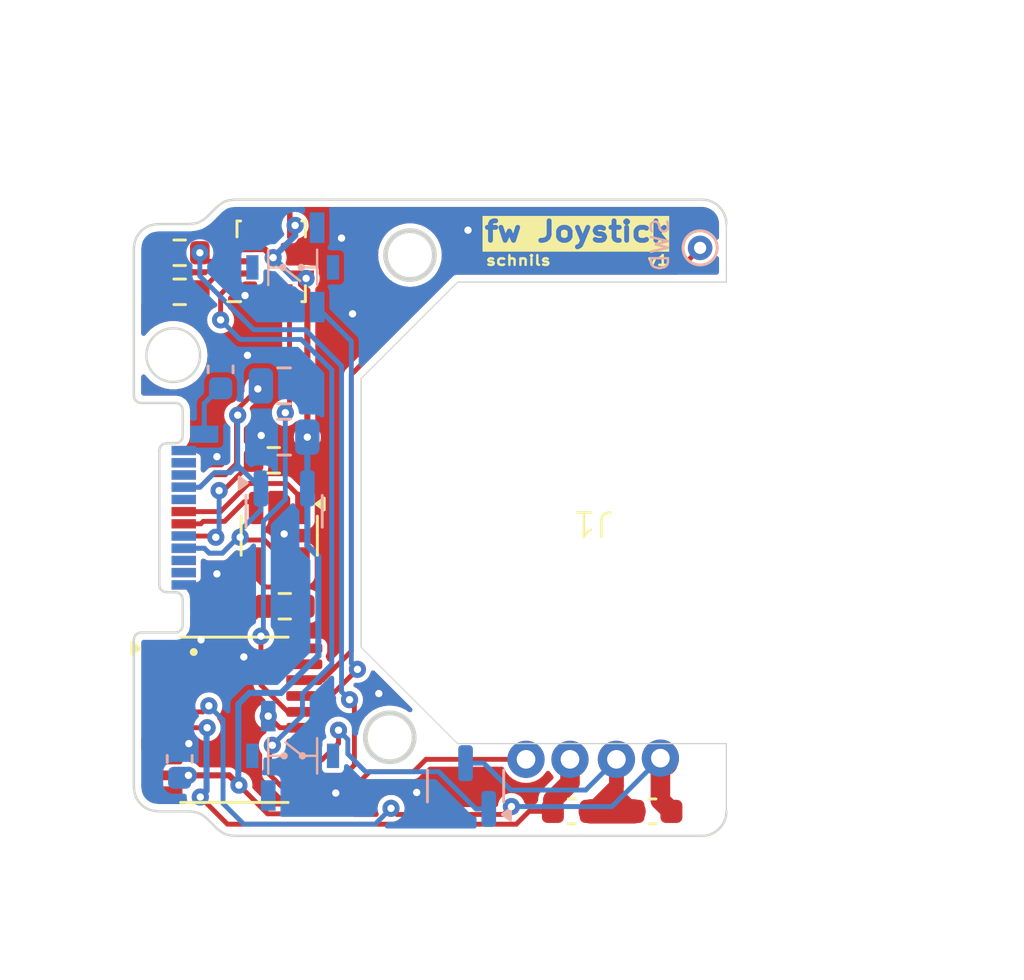
<source format=kicad_pcb>
(kicad_pcb (version 20240108) (generator "pcbnew") (generator_version "8.0")
  (title_block (comment 4 "AISLER Project ID: TAYCHJJE"))
  (layers (0 "F.Cu" signal) (31 "B.Cu" signal) (34 "B.Paste" user) (35 "F.Paste" user) (36 "B.SilkS" user "B.Silkscreen") (37 "F.SilkS" user "F.Silkscreen") (38 "B.Mask" user) (39 "F.Mask" user) (44 "Edge.Cuts" user))
  (net 0 "")
  (net 1 "GND")
  (net 2 "VBUS")
  (net 3 "+3.3V")
  (net 6 "/Shield")
  (net 7 "/SWIO")
  (net 8 "Net-(P1-CC)")
  (net 15 "/ESD_B_D+")
  (net 16 "/ESD_B_D-")
  (net 19 "/DPU")
  (net 20 "/B_D-")
  (net 22 "/I2C_SDA")
  (net 25 "/I2C_SCL")
  (net 26 "Net-(J1-Pin_2)")
  (net 29 "/B_D+")
  (net 36 "/BTN1")
  (net 37 "/BTN2")
  (net 38 "/JOY_Y")
  (net 39 "/JOY_X")
  (net 41 "/INT_ACC")
  (net 42 "/JOY_EN")
  (footprint "Resistor_SMD:R_0603_1608Metric" (layer "F.Cu") (at 91.525 54.75)
    (property "Reference" "R4" (hide yes))
    (property "Value" "10K")
  )
  (footprint "Package_SO:TSSOP-20_4.4x6.5mm_P0.65mm" (layer "F.Cu") (at 93.7625 72.275)
    (property "Reference" "U1" (hide yes))
    (property "Value" "CH32V003FxPx")
  )
  (footprint "pspjoy:pspjoystick_tht" (layer "F.Cu") (at 108.45 63.743999 180)
    (property "Reference" "J1")
    (property "Value" "Conn_01x04_Socket")
    (fp_circle (center 8.328428 -9.25) (end 9.328426 -9.25) (stroke (width 0.2)) (fill none) (layer "Edge.Cuts"))
    (fp_circle (center 7.5 10.5) (end 8.499998 10.5) (stroke (width 0.2)) (fill none) (layer "Edge.Cuts"))
  )
  (footprint "Resistor_SMD:R_0603_1608Metric" (layer "F.Cu") (at 95.375 61.65 180)
    (property "Reference" "R1" (hide yes))
    (property "Value" "5.1K")
  )
  (footprint "Resistor_SMD:R_0603_1608Metric" (layer "F.Cu") (at 95.825 67.625 180)
    (property "Reference" "R2" (hide yes))
    (property "Value" "1.5K 5%")
  )
  (footprint "Capacitor_SMD:C_0603_1608Metric" (layer "F.Cu") (at 107.575 76.025)
    (property "Reference" "C6" (hide yes))
    (property "Value" "100nF")
  )
  (footprint "Resistor_SMD:R_0603_1608Metric" (layer "F.Cu") (at 91.525 53.15)
    (property "Reference" "R3" (hide yes))
    (property "Value" "10K")
  )
  (footprint "ICM-42670-P:LGA-14_2.5x3x0.76mm" (layer "F.Cu") (at 95.27 53.5 90)
    (property "Reference" "U4" (hide yes))
    (property "Value" "ICM-42670-P")
  )
  (footprint "Capacitor_SMD:C_0603_1608Metric" (layer "F.Cu") (at 110.875 76.025 180)
    (property "Reference" "C5" (hide yes))
    (property "Value" "100nF")
  )
  (footprint "Connector_USB:USB_C_Plug_Molex_105444" (layer "F.Cu") (at 91.65 64 90)
    (property "Reference" "P1" (hide yes))
    (property "Value" "USB_C_Plug")
  )
  (footprint "Package_TO_SOT_SMD:SOT-23-6" (layer "F.Cu") (at 95.599999 64.7375 -90)
    (property "Reference" "U2" (hide yes))
    (property "Value" "USBLC6-2SC6")
  )
  (footprint "Capacitor_SMD:C_0603_1608Metric" (layer "B.Cu") (at 91.525 73.875 90)
    (property "Reference" "C4" (hide yes))
    (property "Value" "100nF")
  )
  (footprint "TestPoint:TestPoint_THTPad_D1.0mm_Drill0.5mm" (layer "B.Cu") (at 112.825 52.95 180)
    (property "Reference" "SWD1" (hide yes))
    (property "Value" "Conn_01x01_Socket")
  )
  (footprint "CUI_TS21:TS21" (layer "B.Cu") (at 96.15 73.75 90)
    (property "Reference" "SW1" (hide yes))
    (property "Value" "BTN")
  )
  (footprint "Capacitor_SMD:C_0805_2012Metric" (layer "B.Cu") (at 95.799999 60.7 180)
    (property "Reference" "C1" (hide yes))
    (property "Value" "100uF")
  )
  (footprint "Package_TO_SOT_SMD:SOT-23" (layer "B.Cu") (at 103.225 74.987501 90)
    (property "Reference" "Q1" (hide yes))
    (property "Value" "2N7002")
  )
  (footprint "Package_TO_SOT_SMD:SOT-23" (layer "B.Cu") (at 95.8 63.7375 -90)
    (property "Reference" "U3" (hide yes))
    (property "Value" "AP7381-33SA-7")
  )
  (footprint "Capacitor_SMD:C_0805_2012Metric" (layer "B.Cu") (at 95.799998 58.6)
    (property "Reference" "C3" (hide yes))
    (property "Value" "100uF")
  )
  (footprint "Capacitor_SMD:C_0603_1608Metric" (layer "B.Cu") (at 93.2 57.925 -90)
    (property "Reference" "C2" (hide yes))
    (property "Value" "100nF" (hide yes))
  )
  (footprint "CUI_TS21:TS21" (layer "B.Cu") (at 96.15 53.75 -90)
    (property "Reference" "SW2" (hide yes))
    (property "Value" "BTN")
  )
  (gr_circle (center 92.1 69.5) (end 92.211803 69.5) (stroke (width 0.1)) (fill solid) (layer "F.SilkS"))
  (gr_curve (pts (xy 89.737799 68.787938) (xy 89.765867 68.759851) (xy 89.798898 68.736723) (xy 89.835059 68.722893)) (stroke (width 0.1)) (layer "Edge.Cuts"))
  (gr_curve (pts (xy 91.935787 76.026183) (xy 91.507191 76.026183) (xy 91.078596 76.026183) (xy 90.65 76.026183)) (stroke (width 0.1)) (layer "Edge.Cuts"))
  (gr_line (start 91.35 59.3) (end 91.350196 59.3) (stroke (width 0.1)) (layer "Edge.Cuts"))
  (gr_curve (pts (xy 91.350195 60.95) (xy 91.389486 60.945469) (xy 91.428778 60.940938) (xy 91.464939 60.927109)) (stroke (width 0.1)) (layer "Edge.Cuts"))
  (gr_curve (pts (xy 91.65 67.35) (xy 91.65 67.7) (xy 91.65 68.05) (xy 91.65 68.4)) (stroke (width 0.1)) (layer "Edge.Cuts"))
  (gr_line (start 92.64264 76.318823) (end 92.642893 76.319076) (stroke (width 0.1)) (layer "Edge.Cuts"))
  (gr_curve (pts (xy 91.627126 68.514896) (xy 91.640945 68.478747) (xy 91.645472 68.439472) (xy 91.65 68.400196)) (stroke (width 0.1)) (layer "Edge.Cuts"))
  (gr_curve (pts (xy 91.464895 68.677127) (xy 91.501044 68.663308) (xy 91.534066 68.640198) (xy 91.562132 68.612132)) (stroke (width 0.1)) (layer "Edge.Cuts"))
  (gr_line (start 92.64264 51.681177) (end 92.642893 51.680924) (stroke (width 0.1)) (layer "Edge.Cuts"))
  (gr_line (start 90.649642 76.026183) (end 90.65 76.026183) (stroke (width 0.1)) (layer "Edge.Cuts"))
  (gr_curve (pts (xy 91.464896 67.072874) (xy 91.428748 67.059055) (xy 91.389472 67.054528) (xy 91.350196 67.05)) (stroke (width 0.1)) (layer "Edge.Cuts"))
  (gr_arc (start 112.9 50.973817) (mid 113.607099 51.26671) (end 113.9 51.973813) (stroke (width 0.1)) (layer "Edge.Cuts"))
  (gr_curve (pts (xy 90.875104 60.972874) (xy 90.911253 60.959055) (xy 90.950528 60.954528) (xy 90.989804 60.95)) (stroke (width 0.1)) (layer "Edge.Cuts"))
  (gr_curve (pts (xy 91.627183 60.76476) (xy 91.640989 60.72859) (xy 91.645495 60.689295) (xy 91.65 60.65)) (stroke (width 0.1)) (layer "Edge.Cuts"))
  (gr_curve (pts (xy 89.835106 59.277127) (xy 89.798957 59.263308) (xy 89.765934 59.240198) (xy 89.737868 59.212132)) (stroke (width 0.1)) (layer "Edge.Cuts"))
  (gr_curve (pts (xy 93.764214 77.026183) (xy 98.49416 77.026183) (xy 103.224106 77.026183) (xy 107.954052 77.026183)) (stroke (width 0.1)) (layer "Edge.Cuts"))
  (gr_curve (pts (xy 90.267069 75.94996) (xy 90.146499 75.903879) (xy 90.036361 75.82679) (xy 89.942767 75.733163)) (stroke (width 0.1)) (layer "Edge.Cuts"))
  (gr_curve (pts (xy 89.65 69) (xy 89.654506 68.960705) (xy 89.659012 68.921411) (xy 89.672818 68.88524)) (stroke (width 0.1)) (layer "Edge.Cuts"))
  (gr_curve (pts (xy 91.35 68.7) (xy 90.883334 68.7) (xy 90.416667 68.7) (xy 89.95 68.7)) (stroke (width 0.1)) (layer "Edge.Cuts"))
  (gr_line (start 102.9 54.35) (end 98.95 58.3) (stroke (width 0.05)) (layer "Edge.Cuts"))
  (gr_curve (pts (xy 92.318468 76.102302) (xy 92.200718 76.053529) (xy 92.068428 76.039856) (xy 91.936138 76.026183)) (stroke (width 0.1)) (layer "Edge.Cuts"))
  (gr_curve (pts (xy 89.726087 75.408785) (xy 89.68005 75.288198) (xy 89.665025 75.15719) (xy 89.65 75.026183)) (stroke (width 0.1)) (layer "Edge.Cuts"))
  (gr_curve (pts (xy 92.318468 51.897698) (xy 92.200718 51.946471) (xy 92.068428 51.960144) (xy 91.936138 51.973817)) (stroke (width 0.1)) (layer "Edge.Cuts"))
  (gr_curve (pts (xy 91.627183 59.48524) (xy 91.613377 59.44907) (xy 91.59027 59.416025) (xy 91.562202 59.387938)) (stroke (width 0.1)) (layer "Edge.Cuts"))
  (gr_line (start 102.9 73.25) (end 113.9 73.25) (stroke (width 0.05)) (layer "Edge.Cuts"))
  (gr_line (start 90.69 61.249806) (end 90.69 61.25) (stroke (width 0.1)) (layer "Edge.Cuts"))
  (gr_curve (pts (xy 92.64264 76.318823) (xy 92.539429 76.234949) (xy 92.436218 76.151076) (xy 92.318468 76.102302)) (stroke (width 0.1)) (layer "Edge.Cuts"))
  (gr_curve (pts (xy 90.649642 51.973817) (xy 90.518641 51.988889) (xy 90.387639 52.00396) (xy 90.267069 52.05004)) (stroke (width 0.1)) (layer "Edge.Cuts"))
  (gr_line (start 113.9 54.35) (end 102.9 54.35) (stroke (width 0.05)) (layer "Edge.Cuts"))
  (gr_curve (pts (xy 91.562201 60.862064) (xy 91.59027 60.833977) (xy 91.613377 60.800931) (xy 91.627183 60.76476)) (stroke (width 0.1)) (layer "Edge.Cuts"))
  (gr_curve (pts (xy 90.99 67.05) (xy 91.11 67.05) (xy 91.23 67.05) (xy 91.35 67.05)) (stroke (width 0.1)) (layer "Edge.Cuts"))
  (gr_curve (pts (xy 89.672818 68.88524) (xy 89.686624 68.84907) (xy 89.70973 68.816025) (xy 89.737799 68.787938)) (stroke (width 0.1)) (layer "Edge.Cuts"))
  (gr_curve (pts (xy 90.875106 67.027127) (xy 90.838957 67.013308) (xy 90.805934 66.990198) (xy 90.777868 66.962132)) (stroke (width 0.1)) (layer "Edge.Cuts"))
  (gr_line (start 113.9 73.25) (end 113.9 76.02624) (stroke (width 0.05)) (layer "Edge.Cuts"))
  (gr_curve (pts (xy 93.763856 77.026183) (xy 93.631568 77.012509) (xy 93.499279 76.998836) (xy 93.381529 76.950062)) (stroke (width 0.1)) (layer "Edge.Cuts"))
  (gr_line (start 93.763856 50.973817) (end 93.764214 50.973817) (stroke (width 0.1)) (layer "Edge.Cuts"))
  (gr_curve (pts (xy 89.942767 52.266837) (xy 89.849173 52.360464) (xy 89.772124 52.470629) (xy 89.726087 52.591215)) (stroke (width 0.1)) (layer "Edge.Cuts"))
  (gr_curve (pts (xy 93.057107 51.26671) (xy 92.919036 51.404782) (xy 92.780965 51.542853) (xy 92.642893 51.680924)) (stroke (width 0.1)) (layer "Edge.Cuts"))
  (gr_curve (pts (xy 90.777868 66.962132) (xy 90.749802 66.934066) (xy 90.726693 66.901045) (xy 90.712874 66.864896)) (stroke (width 0.1)) (layer "Edge.Cuts"))
  (gr_curve (pts (xy 91.65 59.6) (xy 91.645495 59.560705) (xy 91.640989 59.521411) (xy 91.627183 59.48524)) (stroke (width 0.1)) (layer "Edge.Cuts"))
  (gr_curve (pts (xy 90.989806 67.05) (xy 90.95053 67.045473) (xy 90.911255 67.040946) (xy 90.875106 67.027127)) (stroke (width 0.1)) (layer "Edge.Cuts"))
  (gr_line (start 89.95 68.7) (end 89.949804 68.7) (stroke (width 0.1)) (layer "Edge.Cuts"))
  (gr_curve (pts (xy 89.726087 52.591215) (xy 89.68005 52.711802) (xy 89.665025 52.84281) (xy 89.65 52.973817)) (stroke (width 0.1)) (layer "Edge.Cuts"))
  (gr_line (start 89.65 69) (end 89.65 75.026183) (stroke (width 0.1)) (layer "Edge.Cuts"))
  (gr_line (start 91.350195 68.7) (end 91.35 68.7) (stroke (width 0.1)) (layer "Edge.Cuts"))
  (gr_line (start 93.764214 50.973817) (end 112.9 50.973817) (stroke (width 0.1)) (layer "Edge.Cuts"))
  (gr_line (start 93.057107 51.26671) (end 93.057356 51.266462) (stroke (width 0.1)) (layer "Edge.Cuts"))
  (gr_curve (pts (xy 91.562202 59.387938) (xy 91.534133 59.359851) (xy 91.501103 59.336723) (xy 91.464942 59.322893)) (stroke (width 0.1)) (layer "Edge.Cuts"))
  (gr_curve (pts (xy 91.350195 68.7) (xy 91.38947 68.695473) (xy 91.428746 68.690946) (xy 91.464895 68.677127)) (stroke (width 0.1)) (layer "Edge.Cuts"))
  (gr_curve (pts (xy 90.649642 76.026183) (xy 90.518641 76.011111) (xy 90.387639 75.99604) (xy 90.267069 75.94996)) (stroke (width 0.1)) (layer "Edge.Cuts"))
  (gr_line (start 113.9 51.973813) (end 113.9 54.35) (stroke (width 0.05)) (layer "Edge.Cuts"))
  (gr_curve (pts (xy 90.69 61.25) (xy 90.69 63.083333) (xy 90.69 64.916667) (xy 90.69 66.75)) (stroke (width 0.1)) (layer "Edge.Cuts"))
  (gr_curve (pts (xy 91.562132 67.137868) (xy 91.534066 67.109802) (xy 91.501045 67.086693) (xy 91.464896 67.072874)) (stroke (width 0.1)) (layer "Edge.Cuts"))
  (gr_curve (pts (xy 89.835059 68.722893) (xy 89.87122 68.709063) (xy 89.910512 68.704532) (xy 89.949804 68.7)) (stroke (width 0.1)) (layer "Edge.Cuts"))
  (gr_curve (pts (xy 89.672874 59.114896) (xy 89.659056 59.078747) (xy 89.654528 59.039472) (xy 89.65 59.000196)) (stroke (width 0.1)) (layer "Edge.Cuts"))
  (gr_curve (pts (xy 91.65 67.349806) (xy 91.645473 67.31053) (xy 91.640946 67.271254) (xy 91.627127 67.235106)) (stroke (width 0.1)) (layer "Edge.Cuts"))
  (gr_line (start 91.935787 51.973817) (end 91.936138 51.973817) (stroke (width 0.1)) (layer "Edge.Cuts"))
  (gr_curve (pts (xy 90.712873 61.135106) (xy 90.726692 61.098956) (xy 90.749802 61.065934) (xy 90.777868 61.037868)) (stroke (width 0.1)) (layer "Edge.Cuts"))
  (gr_circle (center 91.260967 57.343952) (end 92.360967 57.343952) (stroke (width 0.1)) (fill none) (layer "Edge.Cuts"))
  (gr_line (start 89.65 59) (end 89.65 59.000196) (stroke (width 0.1)) (layer "Edge.Cuts"))
  (gr_curve (pts (xy 91.35 60.95) (xy 91.23 60.95) (xy 91.11 60.95) (xy 90.99 60.95)) (stroke (width 0.1)) (layer "Edge.Cuts"))
  (gr_curve (pts (xy 89.95 59.3) (xy 90.416667 59.3) (xy 90.883334 59.3) (xy 91.35 59.3)) (stroke (width 0.1)) (layer "Edge.Cuts"))
  (gr_line (start 91.65 59.6) (end 91.65 60.65) (stroke (width 0.1)) (layer "Edge.Cuts"))
  (gr_curve (pts (xy 89.737868 59.212132) (xy 89.709802 59.184066) (xy 89.686693 59.151045) (xy 89.672874 59.114896)) (stroke (width 0.1)) (layer "Edge.Cuts"))
  (gr_curve (pts (xy 93.057107 76.73329) (xy 92.919036 76.595218) (xy 92.780965 76.457147) (xy 92.642893 76.319076)) (stroke (width 0.1)) (layer "Edge.Cuts"))
  (gr_line (start 91.935787 76.026183) (end 91.936138 76.026183) (stroke (width 0.1)) (layer "Edge.Cuts"))
  (gr_curve (pts (xy 93.381529 76.950062) (xy 93.263779 76.901288) (xy 93.160567 76.817413) (xy 93.057356 76.733538)) (stroke (width 0.1)) (layer "Edge.Cuts"))
  (gr_curve (pts (xy 91.464939 60.927109) (xy 91.501101 60.913279) (xy 91.534132 60.890151) (xy 91.562201 60.862064)) (stroke (width 0.1)) (layer "Edge.Cuts"))
  (gr_curve (pts (xy 91.935787 51.973817) (xy 91.507191 51.973817) (xy 91.078596 51.973817) (xy 90.65 51.973817)) (stroke (width 0.1)) (layer "Edge.Cuts"))
  (gr_line (start 91.65 68.4) (end 91.65 68.400196) (stroke (width 0.1)) (layer "Edge.Cuts"))
  (gr_line (start 90.99 60.95) (end 90.989804 60.95) (stroke (width 0.1)) (layer "Edge.Cuts"))
  (gr_curve (pts (xy 89.65 52.973817) (xy 89.65 57.17476) (xy 89.65 58.08738) (xy 89.65 59)) (stroke (width 0.1)) (layer "Edge.Cuts"))
  (gr_line (start 93.057107 76.73329) (end 93.057356 76.733538) (stroke (width 0.1)) (layer "Edge.Cuts"))
  (gr_line (start 91.350195 60.95) (end 91.35 60.95) (stroke (width 0.1)) (layer "Edge.Cuts"))
  (gr_line (start 98.95 58.3) (end 98.95 69.3) (stroke (width 0.05)) (layer "Edge.Cuts"))
  (gr_curve (pts (xy 90.712874 66.864896) (xy 90.699056 66.828747) (xy 90.694528 66.789472) (xy 90.69 66.750196)) (stroke (width 0.1)) (layer "Edge.Cuts"))
  (gr_line (start 93.763856 77.026183) (end 93.764214 77.026183) (stroke (width 0.1)) (layer "Edge.Cuts"))
  (gr_curve (pts (xy 90.777868 61.037868) (xy 90.805934 61.009802) (xy 90.838956 60.986693) (xy 90.875104 60.972874)) (stroke (width 0.1)) (layer "Edge.Cuts"))
  (gr_line (start 107.954052 77.026183) (end 112.9 77.026183) (stroke (width 0.1)) (layer "Edge.Cuts"))
  (gr_curve (pts (xy 89.949806 59.3) (xy 89.91053 59.295473) (xy 89.871255 59.290946) (xy 89.835106 59.277127)) (stroke (width 0.1)) (layer "Edge.Cuts"))
  (gr_line (start 91.35 67.05) (end 91.350196 67.05) (stroke (width 0.1)) (layer "Edge.Cuts"))
  (gr_curve (pts (xy 91.627127 67.235106) (xy 91.613309 67.198956) (xy 91.590198 67.165934) (xy 91.562132 67.137868)) (stroke (width 0.1)) (layer "Edge.Cuts"))
  (gr_curve (pts (xy 91.562132 68.612132) (xy 91.590198 68.584066) (xy 91.613308 68.551045) (xy 91.627126 68.514896)) (stroke (width 0.1)) (layer "Edge.Cuts"))
  (gr_line (start 90.69 66.75) (end 90.69 66.750196) (stroke (width 0.1)) (layer "Edge.Cuts"))
  (gr_line (start 90.989806 67.05) (end 90.99 67.05) (stroke (width 0.1)) (layer "Edge.Cuts"))
  (gr_line (start 91.65 67.349806) (end 91.65 67.35) (stroke (width 0.1)) (layer "Edge.Cuts"))
  (gr_curve (pts (xy 90.267069 52.05004) (xy 90.146499 52.096121) (xy 90.036361 52.17321) (xy 89.942767 52.266837)) (stroke (width 0.1)) (layer "Edge.Cuts"))
  (gr_curve (pts (xy 91.464942 59.322893) (xy 91.42878 59.309063) (xy 91.389488 59.304532) (xy 91.350196 59.3)) (stroke (width 0.1)) (layer "Edge.Cuts"))
  (gr_curve (pts (xy 90.69 61.249806) (xy 90.694527 61.21053) (xy 90.699055 61.171254) (xy 90.712873 61.135106)) (stroke (width 0.1)) (layer "Edge.Cuts"))
  (gr_arc (start 113.9 76.02624) (mid 113.607087 76.733286) (end 112.9 77.026183) (stroke (width 0.1)) (layer "Edge.Cuts"))
  (gr_curve (pts (xy 93.763856 50.973817) (xy 93.631568 50.987491) (xy 93.499279 51.001164) (xy 93.381529 51.049938)) (stroke (width 0.1)) (layer "Edge.Cuts"))
  (gr_curve (pts (xy 92.64264 51.681177) (xy 92.539429 51.765051) (xy 92.436218 51.848924) (xy 92.318468 51.897698)) (stroke (width 0.1)) (layer "Edge.Cuts"))
  (gr_curve (pts (xy 89.942767 75.733163) (xy 89.849173 75.639536) (xy 89.772124 75.529371) (xy 89.726087 75.408785)) (stroke (width 0.1)) (layer "Edge.Cuts"))
  (gr_line (start 89.949806 59.3) (end 89.95 59.3) (stroke (width 0.1)) (layer "Edge.Cuts"))
  (gr_line (start 90.649642 51.973817) (end 90.65 51.973817) (stroke (width 0.1)) (layer "Edge.Cuts"))
  (gr_curve (pts (xy 93.381529 51.049938) (xy 93.263779 51.098712) (xy 93.160567 51.182587) (xy 93.057356 51.266462)) (stroke (width 0.1)) (layer "Edge.Cuts"))
  (gr_line (start 98.95 69.3) (end 102.9 73.25) (stroke (width 0.05)) (layer "Edge.Cuts"))
  (gr_text "SWD" (at 111.6 51.675 90) (layer "B.SilkS") (effects (font (size 0.7 0.7) (thickness 0.1)) (justify left bottom mirror)))
  (gr_text "v1" (at 111.6 53.7 0) (layer "F.SilkS") (effects (font (size 0.4 0.5) (thickness 0.1) (bold yes)) (justify right bottom)))
  (gr_text "fw Joystick" (at 103.9 52.75 0) (layer "F.SilkS" knockout) (effects (font (size 0.8 0.9) (thickness 0.2) (bold yes)) (justify left bottom)))
  (gr_text "schnils\n" (at 104 53.7 0) (layer "F.SilkS") (effects (font (size 0.4 0.5) (thickness 0.1) (bold yes)) (justify left bottom)))
  (segment (start 97.2 64.25305) (end 97.2 62.65) (width 0.2) (layer "F.Cu") (net 1))
  (segment (start 96.49 53) (end 97.129177 53) (width 0.25) (layer "F.Cu") (net 1))
  (segment (start 94.8 73.9) (end 94.15 73.25) (width 0.2) (layer "F.Cu") (net 1))
  (segment (start 97.129177 53) (end 97.326392 52.802785) (width 0.25) (layer "F.Cu") (net 1))
  (segment (start 94.27 54.97) (end 94.52 54.97) (width 0.2) (layer "F.Cu") (net 1))
  (segment (start 95.878685 61.65) (end 96.2 61.65) (width 0.2) (layer "F.Cu") (net 1))
  (segment (start 95.800742 64.663677) (end 95.599999 64.462934) (width 0.2) (layer "F.Cu") (net 1))
  (segment (start 94.861379 60.632694) (end 94.861379 59.688621) (width 0.2) (layer "F.Cu") (net 1))
  (segment (start 94.8 74.680956) (end 94.8 73.9) (width 0.2) (layer "F.Cu") (net 1))
  (segment (start 94.15 73.25) (end 91.9 73.25) (width 0.2) (layer "F.Cu") (net 1))
  (segment (start 98.15 66.15) (end 98.15 56.1) (width 0.2) (layer "F.Cu") (net 1))
  (segment (start 95.819044 75.7) (end 94.8 74.680956) (width 0.2) (layer "F.Cu") (net 1))
  (segment (start 95.599999 64.462934) (end 95.599999 63.6) (width 0.2) (layer "F.Cu") (net 1))
  (segment (start 95.599999 63.6) (end 95.599999 64.262499) (width 0.2) (layer "F.Cu") (net 1))
  (segment (start 95.499999 59.050001) (end 95.499999 58.330761) (width 0.2) (layer "F.Cu") (net 1))
  (segment (start 97.2 62.65) (end 96.2 61.65) (width 0.2) (layer "F.Cu") (net 1))
  (segment (start 95.499999 58.330761) (end 94.2 57.030762) (width 0.2) (layer "F.Cu") (net 1))
  (segment (start 94.861379 59.688621) (end 95.499999 59.050001) (width 0.2) (layer "F.Cu") (net 1))
  (segment (start 97.486517 75.7) (end 95.819044 75.7) (width 0.2) (layer "F.Cu") (net 1))
  (segment (start 91.9 73.25) (end 90.9 73.25) (width 0.2) (layer "F.Cu") (net 1))
  (segment (start 98.15 56.1) (end 98.6 55.65) (width 0.2) (layer "F.Cu") (net 1))
  (segment (start 96.89055 64.5625) (end 97.2 64.25305) (width 0.2) (layer "F.Cu") (net 1))
  (segment (start 97.9125 75.2375) (end 97.9125 75.274017) (width 0.2) (layer "F.Cu") (net 1))
  (segment (start 98.175 74.975) (end 97.9125 75.2375) (width 0.2) (layer "F.Cu") (net 1))
  (segment (start 97.9125 75.274017) (end 97.486517 75.7) (width 0.2) (layer "F.Cu") (net 1))
  (segment (start 95.9 64.5625) (end 96.89055 64.5625) (width 0.2) (layer "F.Cu") (net 1))
  (segment (start 94.2 54.9) (end 94.27 54.97) (width 0.2) (layer "F.Cu") (net 1))
  (segment (start 95.599999 64.262499) (end 95.9 64.5625) (width 0.2) (layer "F.Cu") (net 1))
  (segment (start 94.861379 60.632694) (end 95.878685 61.65) (width 0.2) (layer "F.Cu") (net 1))
  (segment (start 94.2 57.030762) (end 94.2 54.9) (width 0.2) (layer "F.Cu") (net 1))
  (segment (start 96.49 53) (end 96.49 53.5) (width 0.25) (layer "F.Cu") (net 1))
  (via (at 91.9 73.25) (size 0.7) (drill 0.3) (layers "F.Cu" "B.Cu") (net 1))
  (via (at 99.675 71.2) (size 0.7) (drill 0.3) (layers "F.Cu" "B.Cu") (net 1))
  (via (at 94.3 57.35) (size 0.7) (drill 0.3) (layers "F.Cu" "B.Cu") (net 1))
  (via (at 93.05 61.5) (size 0.7) (drill 0.3) (layers "F.Cu" "B.Cu") (net 1))
  (via (at 98.15 52.55) (size 0.7) (drill 0.3) (layers "F.Cu" "B.Cu") (net 1))
  (via (at 94.2 54.9) (size 0.7) (drill 0.3) (layers "F.Cu" "B.Cu") (net 1))
  (via (at 98.6 55.65) (size 0.7) (drill 0.3) (layers "F.Cu" "B.Cu") (net 1))
  (via (at 95.800742 64.663677) (size 0.7) (drill 0.3) (layers "F.Cu" "B.Cu") (net 1))
  (via (at 103.325 52.225) (size 0.7) (drill 0.3) (layers "F.Cu" "B.Cu") (net 1))
  (via (at 92.4 69) (size 0.7) (drill 0.3) (layers "F.Cu" "B.Cu") (net 1))
  (via (at 93.05 66.3) (size 0.7) (drill 0.3) (layers "F.Cu" "B.Cu") (net 1))
  (via (at 97.9125 75.274017) (size 0.7) (drill 0.3) (layers "F.Cu" "B.Cu") (net 1))
  (via (at 94.15 69.7) (size 0.7) (drill 0.3) (layers "F.Cu" "B.Cu") (net 1))
  (via (at 101.225 75.25) (size 0.7) (drill 0.3) (layers "F.Cu" "B.Cu") (net 1))
  (via (at 94.861379 60.632694) (size 0.7) (drill 0.3) (layers "F.Cu" "B.Cu") (net 1))
  (segment (start 94.85 60.644073) (end 94.861379 60.632694) (width 0.2) (layer "B.Cu") (net 1))
  (segment (start 94.85 60.7) (end 94.85 60.644073) (width 0.2) (layer "B.Cu") (net 1))
  (segment (start 97.936517 75.25) (end 101.225 75.25) (width 0.2) (layer "B.Cu") (net 1))
  (segment (start 101.225 75.25) (end 101.674999 75.25) (width 0.2) (layer "B.Cu") (net 1))
  (segment (start 96.749997 58.6) (end 95.499997 57.35) (width 0.25) (layer "B.Cu") (net 1))
  (segment (start 93.55 69.6) (end 94.05 69.6) (width 0.2) (layer "B.Cu") (net 1))
  (segment (start 101.674999 75.25) (end 102.35 75.925001) (width 0.2) (layer "B.Cu") (net 1))
  (segment (start 97.250983 75.274017) (end 97.15 75.375) (width 0.2) (layer "B.Cu") (net 1))
  (segment (start 97.9125 75.274017) (end 97.936517 75.25) (width 0.2) (layer "B.Cu") (net 1))
  (segment (start 91.9 73.25) (end 91.9 71.25) (width 0.2) (layer "B.Cu") (net 1))
  (segment (start 95.15 55.7) (end 95.15 55.375) (width 0.2) (layer "B.Cu") (net 1))
  (segment (start 91.9 71.25) (end 93.55 69.6) (width 0.2) (layer "B.Cu") (net 1))
  (segment (start 94.05 69.6) (end 94.15 69.7) (width 0.2) (layer "B.Cu") (net 1))
  (segment (start 97.9125 75.274017) (end 97.250983 75.274017) (width 0.2) (layer "B.Cu") (net 1))
  (segment (start 95.499997 57.35) (end 94.3 57.35) (width 0.25) (layer "B.Cu") (net 1))
  (segment (start 93.39546 62.238854) (end 92.861146 62.238854) (width 0.2) (layer "F.Cu") (net 2))
  (segment (start 94.990552 64.9125) (end 95.599999 65.521947) (width 0.2) (layer "F.Cu") (net 2))
  (segment (start 93.922097 64.8) (end 93.272098 65.449999) (width 0.2) (layer "F.Cu") (net 2))
  (segment (start 95.599999 65.875) (end 95.612499 65.875) (width 0.2) (layer "F.Cu") (net 2))
  (segment (start 92.533621 65.25) (end 91.69 65.25) (width 0.2) (layer "F.Cu") (net 2))
  (segment (start 93.272098 65.449999) (end 92.73362 65.449999) (width 0.2) (layer "F.Cu") (net 2))
  (segment (start 92.73362 65.449999) (end 92.533621 65.25) (width 0.2) (layer "F.Cu") (net 2))
  (segment (start 92.861146 62.238854) (end 92.35 62.75) (width 0.2) (layer "F.Cu") (net 2))
  (segment (start 94.1125 64.9125) (end 94.990552 64.9125) (width 0.2) (layer "F.Cu") (net 2))
  (segment (start 93.9 59.8) (end 93.9 59.55) (width 0.2) (layer "F.Cu") (net 2))
  (segment (start 93.9 59.55) (end 94.725 58.725) (width 0.2) (layer "F.Cu") (net 2))
  (segment (start 92.35 62.75) (end 91.69 62.75) (width 0.2) (layer "F.Cu") (net 2))
  (segment (start 94 64.8) (end 94.1125 64.9125) (width 0.2) (layer "F.Cu") (net 2))
  (segment (start 93.9 59.8) (end 93.85 59.85) (width 0.2) (layer "F.Cu") (net 2))
  (segment (start 93.85 59.85) (end 93.85 61.784314) (width 0.2) (layer "F.Cu") (net 2))
  (segment (start 93.85 61.784314) (end 93.39546 62.238854) (width 0.2) (layer "F.Cu") (net 2))
  (segment (start 94 64.8) (end 93.922097 64.8) (width 0.2) (layer "F.Cu") (net 2))
  (segment (start 95.599999 65.521947) (end 95.599999 65.875) (width 0.2) (layer "F.Cu") (net 2))
  (segment (start 95.612499 65.875) (end 95.65 65.912501) (width 0.2) (layer "F.Cu") (net 2))
  (via (at 94 64.8) (size 0.7) (drill 0.3) (layers "F.Cu" "B.Cu") (net 2))
  (via (at 94.725 58.725) (size 0.7) (drill 0.3) (layers "F.Cu" "B.Cu") (net 2))
  (via (at 93.9 59.8) (size 0.7) (drill 0.3) (layers "F.Cu" "B.Cu") (net 2))
  (segment (start 92.958469 62.15) (end 93.6 62.15) (width 0.2) (layer "B.Cu") (net 2))
  (segment (start 92.533621 65.25) (end 91.69 65.25) (width 0.2) (layer "B.Cu") (net 2))
  (segment (start 93.272098 65.449999) (end 92.73362 65.449999) (width 0.2) (layer "B.Cu") (net 2))
  (segment (start 93.6 62.15) (end 93.75 62) (width 0.2) (layer "B.Cu") (net 2))
  (segment (start 91.69 62.75) (end 92.358469 62.75) (width 0.2) (layer "B.Cu") (net 2))
  (segment (start 93.922097 64.8) (end 93.272098 65.449999) (width 0.2) (layer "B.Cu") (net 2))
  (segment (start 93.75 62) (end 94.05 62) (width 0.2) (layer "B.Cu") (net 2))
  (segment (start 94 64.8) (end 93.922097 64.8) (width 0.2) (layer "B.Cu") (net 2))
  (segment (start 94.05 62) (end 94.85 62.8) (width 0.2) (layer "B.Cu") (net 2))
  (segment (start 94 64.531263) (end 94.85 63.681263) (width 0.2) (layer "B.Cu") (net 2))
  (segment (start 94 64.8) (end 94 64.531263) (width 0.2) (layer "B.Cu") (net 2))
  (segment (start 93.75 62) (end 93.9 61.85) (width 0.2) (layer "B.Cu") (net 2))
  (segment (start 91.7 62.74) (end 91.69 62.75) (width 0.2) (layer "B.Cu") (net 2))
  (segment (start 94.85 63.681263) (end 94.85 62.8) (width 0.2) (layer "B.Cu") (net 2))
  (segment (start 93.9 59.8) (end 93.9 61.85) (width 0.2) (layer "B.Cu") (net 2))
  (segment (start 93.9 61.85) (end 94.05 62) (width 0.2) (layer "B.Cu") (net 2))
  (segment (start 92.73362 65.449999) (end 92.533621 65.25) (width 0.2) (layer "B.Cu") (net 2))
  (segment (start 92.358469 62.75) (end 92.958469 62.15) (width 0.2) (layer "B.Cu") (net 2))
  (segment (start 95 53) (end 94.05 53) (width 0.25) (layer "F.Cu") (net 3))
  (segment (start 96.7 54.2) (end 96.69 54.2) (width 0.25) (layer "F.Cu") (net 3))
  (segment (start 101.606001 73.893999) (end 105.7 73.893999) (width 0.2) (layer "F.Cu") (net 3))
  (segment (start 95.125 76.125) (end 98.125 76.125) (width 0.2) (layer "F.Cu") (net 3))
  (segment (start 91.975 74.55) (end 91.884337 74.55) (width 0.2) (layer "F.Cu") (net 3))
  (segment (start 91.975 74.55) (end 93.55 74.55) (width 0.25) (layer "F.Cu") (net 3))
  (segment (start 94.05 53) (end 93.425 52.375) (width 0.2) (layer "F.Cu") (net 3))
  (segment (start 93.425 52.375) (end 91.475 52.375) (width 0.2) (layer "F.Cu") (net 3))
  (segment (start 98.5625 75.6875) (end 98.5625 75.1375) (width 0.2) (layer "F.Cu") (net 3))
  (segment (start 96.75 60.699998) (end 96.75 54.7) (width 0.25) (layer "F.Cu") (net 3))
  (segment (start 99.298145 74.401855) (end 101.098145 74.401855) (width 0.2) (layer "F.Cu") (net 3))
  (segment (start 93.95 74.95) (end 95.125 76.125) (width 0.2) (layer "F.Cu") (net 3))
  (segment (start 90.9 74.55) (end 91.975 74.55) (width 0.25) (layer "F.Cu") (net 3))
  (segment (start 90.7 53.15) (end 90.7 54.75) (width 0.2) (layer "F.Cu") (net 3))
  (segment (start 96.49 54.44) (end 96.49 54) (width 0.25) (layer "F.Cu") (net 3))
  (segment (start 96.69 54.2) (end 96.49 54) (width 0.25) (layer "F.Cu") (net 3))
  (segment (start 96.749998 60.7) (end 96.75 60.699998) (width 0.25) (layer "F.Cu") (net 3))
  (segment (start 98.5625 75.1375) (end 99.298145 74.401855) (width 0.2) (layer "F.Cu") (net 3))
  (segment (start 101.098145 74.401855) (end 101.606001 73.893999) (width 0.2) (layer "F.Cu") (net 3))
  (segment (start 95.35 53.35) (end 95 53) (width 0.25) (layer "F.Cu") (net 3))
  (segment (start 96.25 52.03) (end 96.0325 52.03) (width 0.25) (layer "F.Cu") (net 3))
  (segment (start 91.475 52.375) (end 90.7 53.15) (width 0.2) (layer "F.Cu") (net 3))
  (segment (start 98.125 76.125) (end 98.5625 75.6875) (width 0.2) (layer "F.Cu") (net 3))
  (segment (start 93.55 74.55) (end 93.95 74.95) (width 0.25) (layer "F.Cu") (net 3))
  (segment (start 96.75 54.7) (end 96.49 54.44) (width 0.25) (layer "F.Cu") (net 3))
  (via (at 96.7 54.2) (size 0.7) (drill 0.3) (layers "F.Cu" "B.Cu") (net 3))
  (via (at 96.749998 60.7) (size 0.7) (drill 0.3) (layers "F.Cu" "B.Cu") (net 3))
  (via (at 91.884337 74.55) (size 0.7) (drill 0.3) (layers "F.Cu" "B.Cu") (net 3))
  (via (at 93.95 74.95) (size 0.7) (drill 0.3) (layers "F.Cu" "B.Cu") (net 3))
  (via (at 95.35 53.35) (size 0.7) (drill 0.3) (layers "F.Cu" "B.Cu") (net 3))
  (via (at 96.25 52.03) (size 0.7) (drill 0.3) (layers "F.Cu" "B.Cu") (net 3))
  (segment (start 96.25 52.03) (end 96.25 52.45) (width 0.25) (layer "B.Cu") (net 3))
  (segment (start 96.7 54.2) (end 96.2 54.2) (width 0.25) (layer "B.Cu") (net 3))
  (segment (start 94.375 71.175) (end 95.675 71.175) (width 0.25) (layer "B.Cu") (net 3))
  (segment (start 96.75 65.138408) (end 96.75 62.8) (width 0.25) (layer "B.Cu") (net 3))
  (segment (start 91.884337 74.55) (end 91.625 74.55) (width 0.2) (layer "B.Cu") (net 3))
  (segment (start 96.2 54.2) (end 95.35 53.35) (width 0.25) (layer "B.Cu") (net 3))
  (segment (start 93.925 74.925) (end 93.925 71.625) (width 0.25) (layer "B.Cu") (net 3))
  (segment (start 96.749998 60.7) (end 96.749998 62.799998) (width 0.25) (layer "B.Cu") (net 3))
  (segment (start 95.675 71.175) (end 97.2 69.65) (width 0.25) (layer "B.Cu") (net 3))
  (segment (start 93.925 71.625) (end 94.375 71.175) (width 0.25) (layer "B.Cu") (net 3))
  (segment (start 96.25 52.45) (end 95.35 53.35) (width 0.25) (layer "B.Cu") (net 3))
  (segment (start 91.625 74.55) (end 91.525 74.65) (width 0.2) (layer "B.Cu") (net 3))
  (segment (start 97.2 65.588408) (end 96.75 65.138408) (width 0.25) (layer "B.Cu") (net 3))
  (segment (start 91.525 74.65) (end 91.425 74.55) (width 0.2) (layer "B.Cu") (net 3))
  (segment (start 93.95 74.95) (end 93.925 74.925) (width 0.25) (layer "B.Cu") (net 3))
  (segment (start 96.749998 62.799998) (end 96.75 62.8) (width 0.25) (layer "B.Cu") (net 3))
  (segment (start 97.2 69.65) (end 97.2 65.588408) (width 0.25) (layer "B.Cu") (net 3))
  (segment (start 92.53 59.32) (end 92.53 60.58) (width 0.2) (layer "B.Cu") (net 6))
  (segment (start 93.2 58.7) (end 93.15 58.7) (width 0.2) (layer "B.Cu") (net 6))
  (segment (start 93.15 58.7) (end 92.53 59.32) (width 0.2) (layer "B.Cu") (net 6))
  (segment (start 102.734314 53.95) (end 111.85 53.95) (width 0.2) (layer "F.Cu") (net 7))
  (segment (start 96.625 70.65) (end 97.365686 70.65) (width 0.2) (layer "F.Cu") (net 7))
  (segment (start 98.55 58.134314) (end 102.734314 53.95) (width 0.2) (layer "F.Cu") (net 7))
  (segment (start 98.55 69.465686) (end 98.55 58.134314) (width 0.2) (layer "F.Cu") (net 7))
  (segment (start 97.365686 70.65) (end 98.55 69.465686) (width 0.2) (layer "F.Cu") (net 7))
  (segment (start 111.85 53.95) (end 112.675 53.125) (width 0.2) (layer "F.Cu") (net 7))
  (segment (start 94.45 61.75) (end 94.55 61.65) (width 0.2) (layer "F.Cu") (net 8))
  (segment (start 93.002859 64.799999) (end 92.95286 64.75) (width 0.2) (layer "F.Cu") (net 8))
  (segment (start 93.311146 62.888854) (end 94.55 61.65) (width 0.2) (layer "F.Cu") (net 8))
  (segment (start 93.138854 62.888854) (end 93.311146 62.888854) (width 0.2) (layer "F.Cu") (net 8))
  (segment (start 92.95286 64.75) (end 91.69 64.75) (width 0.2) (layer "F.Cu") (net 8))
  (via (at 93.138854 62.888854) (size 0.7) (drill 0.3) (layers "F.Cu" "B.Cu") (net 8))
  (via (at 93.002859 64.799999) (size 0.7) (drill 0.3) (layers "F.Cu" "B.Cu") (net 8))
  (segment (start 93.138854 64.664004) (end 93.002859 64.799999) (width 0.2) (layer "B.Cu") (net 8))
  (segment (start 93.138854 62.888854) (end 93.138854 64.664004) (width 0.2) (layer "B.Cu") (net 8))
  (segment (start 92.39 64.25) (end 92.49 64.15) (width 0.2) (layer "F.Cu") (net 15))
  (segment (start 94.4 63.35) (end 94.65 63.6) (width 0.2) (layer "F.Cu") (net 15))
  (segment (start 92.49 64.15) (end 93.362634 64.15) (width 0.2) (layer "F.Cu") (net 15))
  (segment (start 91.69 64.25) (end 92.39 64.25) (width 0.2) (layer "F.Cu") (net 15))
  (segment (start 93.362634 64.15) (end 94.162634 63.35) (width 0.2) (layer "F.Cu") (net 15))
  (segment (start 94.162634 63.35) (end 94.4 63.35) (width 0.2) (layer "F.Cu") (net 15))
  (segment (start 96.549998 63.246947) (end 96.549998 63.6) (width 0.2) (layer "F.Cu") (net 16))
  (segment (start 91.69 63.75) (end 93.196948 63.75) (width 0.2) (layer "F.Cu") (net 16))
  (segment (start 95.903051 62.6) (end 96.549998 63.246947) (width 0.2) (layer "F.Cu") (net 16))
  (segment (start 93.196948 63.75) (end 94.346948 62.6) (width 0.2) (layer "F.Cu") (net 16))
  (segment (start 94.346948 62.6) (end 95.903051 62.6) (width 0.2) (layer "F.Cu") (net 16))
  (segment (start 90.9 70) (end 92.7 70) (width 0.2) (layer "F.Cu") (net 19))
  (segment (start 92.7 70) (end 95 67.7) (width 0.2) (layer "F.Cu") (net 19))
  (segment (start 96.65 67.7) (end 96.35 68) (width 0.2) (layer "F.Cu") (net 20))
  (segment (start 96.35 68) (end 96.35 69.075) (width 0.2) (layer "F.Cu") (net 20))
  (segment (start 96.549998 65.875) (end 96.549998 67.599998) (width 0.2) (layer "F.Cu") (net 20))
  (segment (start 96.549998 67.599998) (end 96.65 67.7) (width 0.2) (layer "F.Cu") (net 20))
  (segment (start 96.35 69.075) (end 96.625 69.35) (width 0.2) (layer "F.Cu") (net 20))
  (segment (start 95.2 73.437502) (end 95.2 74.512499) (width 0.2) (layer "F.Cu") (net 22))
  (segment (start 93.2 55.9) (end 93.2 54.85) (width 0.2) (layer "F.Cu") (net 22))
  (segment (start 92.35 54.75) (end 93.1 54) (width 0.2) (layer "F.Cu") (net 22))
  (segment (start 95.887501 75.2) (end 96.625 75.2) (width 0.2) (layer "F.Cu") (net 22))
  (segment (start 93.2 54.85) (end 94.05 54) (width 0.2) (layer "F.Cu") (net 22))
  (segment (start 95.318751 73.318751) (end 95.2 73.437502) (width 0.2) (layer "F.Cu") (net 22))
  (segment (start 93.1 54) (end 94.05 54) (width 0.2) (layer "F.Cu") (net 22))
  (segment (start 95.2 74.512499) (end 95.887501 75.2) (width 0.2) (layer "F.Cu") (net 22))
  (via (at 95.318751 73.318751) (size 0.7) (drill 0.3) (layers "F.Cu" "B.Cu") (net 22))
  (via (at 93.2 55.9) (size 0.7) (drill 0.3) (layers "F.Cu" "B.Cu") (net 22))
  (segment (start 96.55 72.087502) (end 96.55 71.2) (width 0.2) (layer "B.Cu") (net 22))
  (segment (start 95.318751 73.318751) (end 96.55 72.087502) (width 0.2) (layer "B.Cu") (net 22))
  (segment (start 97.75 70) (end 97.75 57.95) (width 0.2) (layer "B.Cu") (net 22))
  (segment (start 97.75 57.95) (end 96.5 56.7) (width 0.2) (layer "B.Cu") (net 22))
  (segment (start 96.5 56.7) (end 94 56.7) (width 0.2) (layer "B.Cu") (net 22))
  (segment (start 96.55 71.2) (end 97.75 70) (width 0.2) (layer "B.Cu") (net 22))
  (segment (start 94 56.7) (end 93.2 55.9) (width 0.2) (layer "B.Cu") (net 22))
  (segment (start 98.675 71.65) (end 98.675 74.125) (width 0.2) (layer "F.Cu") (net 25))
  (segment (start 98.25 74.55) (end 96.625 74.55) (width 0.2) (layer "F.Cu") (net 25))
  (segment (start 98.476485 71.451485) (end 98.675 71.65) (width 0.2) (layer "F.Cu") (net 25))
  (segment (start 92.35 53.15) (end 92.7 53.5) (width 0.2) (layer "F.Cu") (net 25))
  (segment (start 92.7 53.5) (end 94.05 53.5) (width 0.2) (layer "F.Cu") (net 25))
  (segment (start 98.675 74.125) (end 98.25 74.55) (width 0.2) (layer "F.Cu") (net 25))
  (via (at 98.476485 71.451485) (size 0.7) (drill 0.3) (layers "F.Cu" "B.Cu") (net 25))
  (via (at 92.35 53.15) (size 0.7) (drill 0.3) (layers "F.Cu" "B.Cu") (net 25))
  (segment (start 96.665686 56.3) (end 94.548529 56.3) (width 0.2) (layer "B.Cu") (net 25))
  (segment (start 94.548529 56.3) (end 92.35 54.101471) (width 0.2) (layer "B.Cu") (net 25))
  (segment (start 98.15 71.125) (end 98.15 57.784314) (width 0.2) (layer "B.Cu") (net 25))
  (segment (start 98.476485 71.451485) (end 98.15 71.125) (width 0.2) (layer "B.Cu") (net 25))
  (segment (start 98.15 57.784314) (end 96.665686 56.3) (width 0.2) (layer "B.Cu") (net 25))
  (segment (start 92.35 54.101471) (end 92.35 53.15) (width 0.2) (layer "B.Cu") (net 25))
  (segment (start 109.4 75.325) (end 110.1 76.025) (width 0.6) (layer "F.Cu") (net 26))
  (segment (start 109.4 73.893999) (end 109.4 75.325) (width 0.6) (layer "F.Cu") (net 26))
  (segment (start 109.4 73.893999) (end 109.4 74.975) (width 0.6) (layer "F.Cu") (net 26))
  (segment (start 108.35 76.025) (end 110.1 76.025) (width 1) (layer "F.Cu") (net 26))
  (segment (start 109.4 74.975) (end 108.35 76.025) (width 0.6) (layer "F.Cu") (net 26))
  (segment (start 108.143999 75.15) (end 109.4 73.893999) (width 0.2) (layer "B.Cu") (net 26))
  (segment (start 103.975 74.05) (end 105.075 75.15) (width 0.2) (layer "B.Cu") (net 26))
  (segment (start 105.075 75.15) (end 108.143999 75.15) (width 0.2) (layer "B.Cu") (net 26))
  (segment (start 103.3 74.05) (end 103.975 74.05) (width 0.2) (layer "B.Cu") (net 26))
  (segment (start 95.95 67.1) (end 95.6875 66.8375) (width 0.2) (layer "F.Cu") (net 29))
  (segment (start 95.5875 69.699999) (end 95.5875 69.0625) (width 0.2) (layer "F.Cu") (net 29))
  (segment (start 95.5875 69.0625) (end 95.95 68.7) (width 0.2) (layer "F.Cu") (net 29))
  (segment (start 95.887501 70) (end 95.5875 69.699999) (width 0.2) (layer "F.Cu") (net 29))
  (segment (start 95.0375 66.8375) (end 94.65 66.45) (width 0.2) (layer "F.Cu") (net 29))
  (segment (start 95.95 68.7) (end 95.95 67.1) (width 0.2) (layer "F.Cu") (net 29))
  (segment (start 94.65 66.45) (end 94.65 65.875) (width 0.2) (layer "F.Cu") (net 29))
  (segment (start 95.6875 66.8375) (end 95.0375 66.8375) (width 0.2) (layer "F.Cu") (net 29))
  (segment (start 96.625 70) (end 95.887501 70) (width 0.2) (layer "F.Cu") (net 29))
  (segment (start 95.625 72.6) (end 96.625 72.6) (width 0.2) (layer "F.Cu") (net 36))
  (segment (start 95.15 72.125) (end 95.625 72.6) (width 0.2) (layer "F.Cu") (net 36))
  (via (at 95.15 72.125) (size 0.7) (drill 0.3) (layers "F.Cu" "B.Cu") (net 36))
  (segment (start 98.8 70.208731) (end 97.708731 71.3) (width 0.2) (layer "F.Cu") (net 37))
  (segment (start 97.708731 71.3) (end 96.625 71.3) (width 0.2) (layer "F.Cu") (net 37))
  (via (at 98.8 70.208731) (size 0.7) (drill 0.3) (layers "F.Cu" "B.Cu") (net 37))
  (segment (start 98.55 69.958731) (end 98.55 56.775) (width 0.2) (layer "B.Cu") (net 37))
  (segment (start 98.55 56.775) (end 97.15 55.375) (width 0.2) (layer "B.Cu") (net 37))
  (segment (start 98.8 70.208731) (end 98.55 69.958731) (width 0.2) (layer "B.Cu") (net 37))
  (segment (start 100.425 76.15) (end 104.78076 76.15) (width 0.2) (layer "F.Cu") (net 38))
  (segment (start 92.471677 71.95) (end 90.9 71.95) (width 0.2) (layer "F.Cu") (net 38))
  (segment (start 111.406001 74.05) (end 111.2 74.05) (width 1) (layer "F.Cu") (net 38))
  (segment (start 111.2 75.575) (end 111.2 73.95) (width 0.8) (layer "F.Cu") (net 38))
  (segment (start 111.65 76.025) (end 111.2 75.575) (width 0.8) (layer "F.Cu") (net 38))
  (segment (start 104.78076 76.15) (end 105.10288 75.82788) (width 0.2) (layer "F.Cu") (net 38))
  (segment (start 100.175 75.9) (end 100.425 76.15) (width 0.2) (layer "F.Cu") (net 38))
  (segment (start 92.719028 71.702649) (end 92.471677 71.95) (width 0.2) (layer "F.Cu") (net 38))
  (via (at 100.175 75.9) (size 0.7) (drill 0.3) (layers "F.Cu" "B.Cu") (net 38))
  (via (at 92.719028 71.702649) (size 0.7) (drill 0.3) (layers "F.Cu" "B.Cu") (net 38))
  (via (at 105.10288 75.82788) (size 0.7) (drill 0.3) (layers "F.Cu" "B.Cu") (net 38))
  (segment (start 109.216119 75.82788) (end 111.2 73.843999) (width 0.2) (layer "B.Cu") (net 38))
  (segment (start 99.525 76.55) (end 94.15 76.55) (width 0.2) (layer "B.Cu") (net 38))
  (segment (start 105.10288 75.82788) (end 109.216119 75.82788) (width 0.2) (layer "B.Cu") (net 38))
  (segment (start 93.3 72.283621) (end 92.719028 71.702649) (width 0.2) (layer "B.Cu") (net 38))
  (segment (start 100.175 75.9) (end 99.525 76.55) (width 0.2) (layer "B.Cu") (net 38))
  (segment (start 94.15 76.55) (end 93.3 75.7) (width 0.2) (layer "B.Cu") (net 38))
  (segment (start 93.3 75.7) (end 93.3 72.283621) (width 0.2) (layer "B.Cu") (net 38))
  (segment (start 106.8 76.025) (end 106.8 75.55) (width 0.8) (layer "F.Cu") (net 39))
  (segment (start 93.48117 76.55) (end 105.3 76.55) (width 0.2) (layer "F.Cu") (net 39))
  (segment (start 105.825 76.025) (end 106.8 76.025) (width 0.2) (layer "F.Cu") (net 39))
  (segment (start 105.3 76.55) (end 105.825 76.025) (width 0.2) (layer "F.Cu") (net 39))
  (segment (start 107.5 74.85) (end 107.5 73.95) (width 0.8) (layer "F.Cu") (net 39))
  (segment (start 92.367858 75.436688) (end 93.48117 76.55) (width 0.2) (layer "F.Cu") (net 39))
  (segment (start 92.65 72.6) (end 90.9 72.6) (width 0.2) (layer "F.Cu") (net 39))
  (segment (start 106.8 75.55) (end 107.5 74.85) (width 0.8) (layer "F.Cu") (net 39))
  (via (at 92.65 72.6) (size 0.7) (drill 0.3) (layers "F.Cu" "B.Cu") (net 39))
  (via (at 92.367858 75.436688) (size 0.7) (drill 0.3) (layers "F.Cu" "B.Cu") (net 39))
  (segment (start 92.65 72.6) (end 92.625 72.625) (width 0.25) (layer "B.Cu") (net 39))
  (segment (start 92.625 75.179546) (end 92.367858 75.436688) (width 0.25) (layer "B.Cu") (net 39))
  (segment (start 92.625 72.625) (end 92.625 75.179546) (width 0.25) (layer "B.Cu") (net 39))
  (segment (start 94.85 70.85) (end 95.95 71.95) (width 0.2) (layer "F.Cu") (net 41))
  (segment (start 96.02 59.528548) (end 96.02 54.97) (width 0.2) (layer "F.Cu") (net 41))
  (segment (start 95.848548 59.7) (end 96.02 59.528548) (width 0.2) (layer "F.Cu") (net 41))
  (segment (start 95.95 71.95) (end 96.625 71.95) (width 0.2) (layer "F.Cu") (net 41))
  (segment (start 94.85 68.85) (end 94.85 70.85) (width 0.2) (layer "F.Cu") (net 41))
  (via (at 95.848548 59.7) (size 0.7) (drill 0.3) (layers "F.Cu" "B.Cu") (net 41))
  (via (at 94.85 68.85) (size 0.7) (drill 0.3) (layers "F.Cu" "B.Cu") (net 41))
  (segment (start 94.85 68.85) (end 94.95 68.75) (width 0.2) (layer "B.Cu") (net 41))
  (segment (start 94.95 64.146949) (end 95.848548 63.248401) (width 0.2) (layer "B.Cu") (net 41))
  (segment (start 94.95 68.75) (end 94.95 64.146949) (width 0.2) (layer "B.Cu") (net 41))
  (segment (start 95.848548 63.248401) (end 95.848548 59.7) (width 0.2) (layer "B.Cu") (net 41))
  (segment (start 97.362499 73.9) (end 96.625 73.9) (width 0.2) (layer "F.Cu") (net 42))
  (segment (start 98.025 72.699998) (end 98.025 73.237499) (width 0.2) (layer "F.Cu") (net 42))
  (segment (start 98.025 73.237499) (end 97.362499 73.9) (width 0.2) (layer "F.Cu") (net 42))
  (via (at 98.025 72.699998) (size 0.7) (drill 0.3) (layers "F.Cu" "B.Cu") (net 42))
  (segment (start 98.407722 73.08272) (end 98.407722 73.675) (width 0.2) (layer "B.Cu") (net 42))
  (segment (start 103.653052 75.925001) (end 104.175 75.925001) (width 0.2) (layer "B.Cu") (net 42))
  (segment (start 98.025 72.699998) (end 98.407722 73.08272) (width 0.2) (layer "B.Cu") (net 42))
  (segment (start 102.129906 74.401855) (end 103.653052 75.925001) (width 0.2) (layer "B.Cu") (net 42))
  (segment (start 98.407722 73.675) (end 99.134577 74.401855) (width 0.2) (layer "B.Cu") (net 42))
  (segment (start 99.134577 74.401855) (end 102.129906 74.401855) (width 0.2) (layer "B.Cu") (net 42))
  (zone (net 1) (net_name "GND") (layers "F&B.Cu") (name "GND") (priority 10) (connect_pads yes (clearance 0.2)) (min_thickness 0.2) (fill yes (thermal_gap 0.254) (thermal_bridge_width 0.5))
    (polygon (pts (xy 84.171 42.8) (xy 126.081 42.8) (xy 126.081 82.932) (xy 84.171 82.932)))
  )
)
</source>
